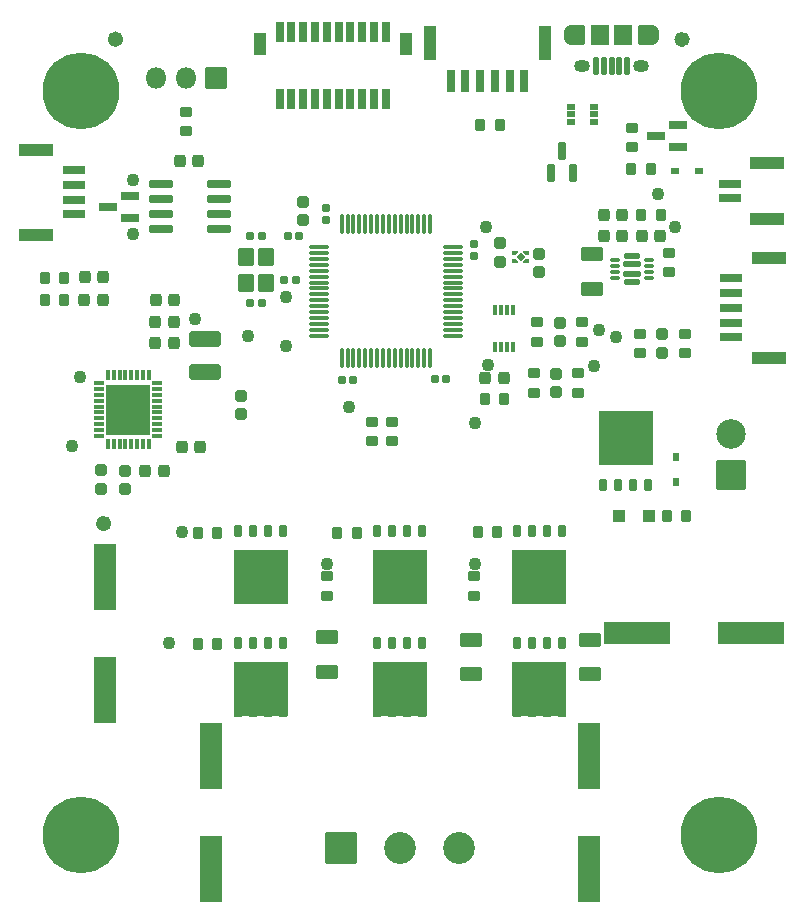
<source format=gts>
G04 #@! TF.GenerationSoftware,KiCad,Pcbnew,(6.0.2)*
G04 #@! TF.CreationDate,2022-07-28T14:34:32+02:00*
G04 #@! TF.ProjectId,progetto_motor_controller,70726f67-6574-4746-9f5f-6d6f746f725f,rev?*
G04 #@! TF.SameCoordinates,Original*
G04 #@! TF.FileFunction,Soldermask,Top*
G04 #@! TF.FilePolarity,Negative*
%FSLAX46Y46*%
G04 Gerber Fmt 4.6, Leading zero omitted, Abs format (unit mm)*
G04 Created by KiCad (PCBNEW (6.0.2)) date 2022-07-28 14:34:32*
%MOMM*%
%LPD*%
G01*
G04 APERTURE LIST*
G04 Aperture macros list*
%AMRoundRect*
0 Rectangle with rounded corners*
0 $1 Rounding radius*
0 $2 $3 $4 $5 $6 $7 $8 $9 X,Y pos of 4 corners*
0 Add a 4 corners polygon primitive as box body*
4,1,4,$2,$3,$4,$5,$6,$7,$8,$9,$2,$3,0*
0 Add four circle primitives for the rounded corners*
1,1,$1+$1,$2,$3*
1,1,$1+$1,$4,$5*
1,1,$1+$1,$6,$7*
1,1,$1+$1,$8,$9*
0 Add four rect primitives between the rounded corners*
20,1,$1+$1,$2,$3,$4,$5,0*
20,1,$1+$1,$4,$5,$6,$7,0*
20,1,$1+$1,$6,$7,$8,$9,0*
20,1,$1+$1,$8,$9,$2,$3,0*%
%AMFreePoly0*
4,1,14,0.305355,0.140355,0.320000,0.105000,0.320000,0.070500,0.304905,0.034700,0.124905,-0.140800,0.090000,-0.155000,-0.090000,-0.155000,-0.125355,-0.140355,-0.140000,-0.105000,-0.140000,0.105000,-0.125355,0.140355,-0.090000,0.155000,0.270000,0.155000,0.305355,0.140355,0.305355,0.140355,$1*%
%AMFreePoly1*
4,1,14,0.125355,0.140355,0.140000,0.105000,0.140000,-0.105000,0.125355,-0.140355,0.090000,-0.155000,-0.090000,-0.155000,-0.124905,-0.140800,-0.304905,0.034700,-0.320000,0.070500,-0.320000,0.105000,-0.305355,0.140355,-0.270000,0.155000,0.090000,0.155000,0.125355,0.140355,0.125355,0.140355,$1*%
G04 Aperture macros list end*
%ADD10C,0.650000*%
%ADD11C,0.296000*%
%ADD12RoundRect,0.250000X0.275000X-0.200000X0.275000X0.200000X-0.275000X0.200000X-0.275000X-0.200000X0*%
%ADD13RoundRect,0.268750X-0.218750X-0.256250X0.218750X-0.256250X0.218750X0.256250X-0.218750X0.256250X0*%
%ADD14RoundRect,0.050000X0.898499X-2.701899X0.898499X2.701899X-0.898499X2.701899X-0.898499X-2.701899X0*%
%ADD15RoundRect,0.050000X0.200000X0.675000X-0.200000X0.675000X-0.200000X-0.675000X0.200000X-0.675000X0*%
%ADD16O,1.350000X1.050000*%
%ADD17RoundRect,0.050000X0.600000X0.775000X-0.600000X0.775000X-0.600000X-0.775000X0.600000X-0.775000X0*%
%ADD18O,0.990000X1.650000*%
%ADD19RoundRect,0.050000X0.750000X0.775000X-0.750000X0.775000X-0.750000X-0.775000X0.750000X-0.775000X0*%
%ADD20RoundRect,0.250000X0.200000X0.275000X-0.200000X0.275000X-0.200000X-0.275000X0.200000X-0.275000X0*%
%ADD21RoundRect,0.050000X0.500000X0.500000X-0.500000X0.500000X-0.500000X-0.500000X0.500000X-0.500000X0*%
%ADD22RoundRect,0.300000X0.650000X-0.325000X0.650000X0.325000X-0.650000X0.325000X-0.650000X-0.325000X0*%
%ADD23C,1.100000*%
%ADD24RoundRect,0.250000X-0.200000X-0.275000X0.200000X-0.275000X0.200000X0.275000X-0.200000X0.275000X0*%
%ADD25RoundRect,0.050000X2.701899X0.898499X-2.701899X0.898499X-2.701899X-0.898499X2.701899X-0.898499X0*%
%ADD26RoundRect,0.190000X-0.140000X-0.170000X0.140000X-0.170000X0.140000X0.170000X-0.140000X0.170000X0*%
%ADD27RoundRect,0.050000X0.300000X0.400000X-0.300000X0.400000X-0.300000X-0.400000X0.300000X-0.400000X0*%
%ADD28RoundRect,0.050000X2.205000X2.275000X-2.205000X2.275000X-2.205000X-2.275000X2.205000X-2.275000X0*%
%ADD29RoundRect,0.050000X0.250000X0.425000X-0.250000X0.425000X-0.250000X-0.425000X0.250000X-0.425000X0*%
%ADD30RoundRect,0.300000X-1.075000X0.375000X-1.075000X-0.375000X1.075000X-0.375000X1.075000X0.375000X0*%
%ADD31RoundRect,0.275000X-0.225000X-0.250000X0.225000X-0.250000X0.225000X0.250000X-0.225000X0.250000X0*%
%ADD32RoundRect,0.275000X0.250000X-0.225000X0.250000X0.225000X-0.250000X0.225000X-0.250000X-0.225000X0*%
%ADD33RoundRect,0.050000X0.700000X-0.195000X0.700000X0.195000X-0.700000X0.195000X-0.700000X-0.195000X0*%
%ADD34RoundRect,0.050000X0.350000X-0.125000X0.350000X0.125000X-0.350000X0.125000X-0.350000X-0.125000X0*%
%ADD35RoundRect,0.050000X0.625000X-0.195000X0.625000X0.195000X-0.625000X0.195000X-0.625000X-0.195000X0*%
%ADD36RoundRect,0.275000X0.225000X0.250000X-0.225000X0.250000X-0.225000X-0.250000X0.225000X-0.250000X0*%
%ADD37RoundRect,0.050000X-0.150000X-0.400000X0.150000X-0.400000X0.150000X0.400000X-0.150000X0.400000X0*%
%ADD38RoundRect,0.250000X-0.275000X0.200000X-0.275000X-0.200000X0.275000X-0.200000X0.275000X0.200000X0*%
%ADD39C,0.900000*%
%ADD40C,6.500000*%
%ADD41RoundRect,0.050000X0.325000X0.200000X-0.325000X0.200000X-0.325000X-0.200000X0.325000X-0.200000X0*%
%ADD42RoundRect,0.190000X-0.170000X0.140000X-0.170000X-0.140000X0.170000X-0.140000X0.170000X0.140000X0*%
%ADD43RoundRect,0.050000X0.300000X0.225000X-0.300000X0.225000X-0.300000X-0.225000X0.300000X-0.225000X0*%
%ADD44RoundRect,0.050000X1.200000X-1.200000X1.200000X1.200000X-1.200000X1.200000X-1.200000X-1.200000X0*%
%ADD45C,2.500000*%
%ADD46RoundRect,0.125000X-0.700000X-0.075000X0.700000X-0.075000X0.700000X0.075000X-0.700000X0.075000X0*%
%ADD47RoundRect,0.125000X-0.075000X-0.700000X0.075000X-0.700000X0.075000X0.700000X-0.075000X0.700000X0*%
%ADD48RoundRect,0.050000X1.400000X-0.500000X1.400000X0.500000X-1.400000X0.500000X-1.400000X-0.500000X0*%
%ADD49RoundRect,0.050000X0.900000X-0.300000X0.900000X0.300000X-0.900000X0.300000X-0.900000X-0.300000X0*%
%ADD50RoundRect,0.190000X0.170000X-0.140000X0.170000X0.140000X-0.170000X0.140000X-0.170000X-0.140000X0*%
%ADD51RoundRect,0.200000X0.587500X0.150000X-0.587500X0.150000X-0.587500X-0.150000X0.587500X-0.150000X0*%
%ADD52RoundRect,0.050000X-1.400000X0.500000X-1.400000X-0.500000X1.400000X-0.500000X1.400000X0.500000X0*%
%ADD53RoundRect,0.050000X-0.900000X0.300000X-0.900000X-0.300000X0.900000X-0.300000X0.900000X0.300000X0*%
%ADD54RoundRect,0.050000X0.225000X-0.300000X0.225000X0.300000X-0.225000X0.300000X-0.225000X-0.300000X0*%
%ADD55RoundRect,0.200000X0.150000X-0.587500X0.150000X0.587500X-0.150000X0.587500X-0.150000X-0.587500X0*%
%ADD56RoundRect,0.190000X0.140000X0.170000X-0.140000X0.170000X-0.140000X-0.170000X0.140000X-0.170000X0*%
%ADD57RoundRect,0.050000X-0.898499X2.701899X-0.898499X-2.701899X0.898499X-2.701899X0.898499X2.701899X0*%
%ADD58RoundRect,0.050000X0.425000X0.900000X-0.425000X0.900000X-0.425000X-0.900000X0.425000X-0.900000X0*%
%ADD59RoundRect,0.050000X-0.300000X-0.800000X0.300000X-0.800000X0.300000X0.800000X-0.300000X0.800000X0*%
%ADD60RoundRect,0.050000X0.300000X0.800000X-0.300000X0.800000X-0.300000X-0.800000X0.300000X-0.800000X0*%
%ADD61RoundRect,0.275000X-0.250000X0.225000X-0.250000X-0.225000X0.250000X-0.225000X0.250000X0.225000X0*%
%ADD62RoundRect,0.050000X-1.300000X-1.300000X1.300000X-1.300000X1.300000X1.300000X-1.300000X1.300000X0*%
%ADD63C,2.700000*%
%ADD64RoundRect,0.050000X0.500000X1.400000X-0.500000X1.400000X-0.500000X-1.400000X0.500000X-1.400000X0*%
%ADD65RoundRect,0.050000X0.300000X0.900000X-0.300000X0.900000X-0.300000X-0.900000X0.300000X-0.900000X0*%
%ADD66RoundRect,0.050000X-0.850000X0.850000X-0.850000X-0.850000X0.850000X-0.850000X0.850000X0.850000X0*%
%ADD67O,1.800000X1.800000*%
%ADD68RoundRect,0.050000X-0.600000X0.700000X-0.600000X-0.700000X0.600000X-0.700000X0.600000X0.700000X0*%
%ADD69RoundRect,0.050000X-0.378599X0.127400X-0.378599X-0.127400X0.378599X-0.127400X0.378599X0.127400X0*%
%ADD70RoundRect,0.050000X0.127400X0.378599X-0.127400X0.378599X-0.127400X-0.378599X0.127400X-0.378599X0*%
%ADD71RoundRect,0.050000X1.854200X2.095500X-1.854200X2.095500X-1.854200X-2.095500X1.854200X-2.095500X0*%
%ADD72RoundRect,0.050000X-2.205000X-2.275000X2.205000X-2.275000X2.205000X2.275000X-2.205000X2.275000X0*%
%ADD73RoundRect,0.050000X-0.300000X-0.400000X0.300000X-0.400000X0.300000X0.400000X-0.300000X0.400000X0*%
%ADD74RoundRect,0.050000X-0.250000X-0.425000X0.250000X-0.425000X0.250000X0.425000X-0.250000X0.425000X0*%
%ADD75RoundRect,0.200000X0.825000X0.150000X-0.825000X0.150000X-0.825000X-0.150000X0.825000X-0.150000X0*%
%ADD76RoundRect,0.185000X0.135000X0.185000X-0.135000X0.185000X-0.135000X-0.185000X0.135000X-0.185000X0*%
%ADD77FreePoly0,0.000000*%
%ADD78FreePoly1,180.000000*%
%ADD79FreePoly0,180.000000*%
%ADD80FreePoly1,0.000000*%
%ADD81RoundRect,0.050000X0.000000X-0.339411X0.339411X0.000000X0.000000X0.339411X-0.339411X0.000000X0*%
G04 APERTURE END LIST*
D10*
X91225000Y-119650000D02*
G75*
G03*
X91225000Y-119650000I-325000J0D01*
G01*
X92225000Y-78650000D02*
G75*
G03*
X92225000Y-78650000I-325000J0D01*
G01*
X140200000Y-78650000D02*
G75*
G03*
X140200000Y-78650000I-325000J0D01*
G01*
D11*
X90900000Y-119650000D03*
X91900000Y-78650000D03*
X139875000Y-78650000D03*
D12*
X127300000Y-108575000D03*
X127300000Y-106925000D03*
D13*
X89312500Y-98800000D03*
X90887500Y-98800000D03*
D14*
X91000000Y-133745800D03*
X91000000Y-124154200D03*
D12*
X113600000Y-112700000D03*
X113600000Y-111050000D03*
D15*
X135200000Y-80950000D03*
X134550000Y-80950000D03*
X133900000Y-80950000D03*
X133250000Y-80950000D03*
X132600000Y-80950000D03*
D16*
X136400000Y-80950000D03*
D17*
X131000000Y-78250000D03*
D18*
X130400000Y-78250000D03*
D16*
X131400000Y-80950000D03*
D17*
X136800000Y-78250000D03*
D19*
X132900000Y-78250000D03*
X134900000Y-78250000D03*
D18*
X137400000Y-78250000D03*
D20*
X100525000Y-120450000D03*
X98875000Y-120450000D03*
D21*
X137050000Y-119000000D03*
X134550000Y-119000000D03*
D22*
X132250000Y-99775000D03*
X132250000Y-96825000D03*
X122000000Y-132425000D03*
X122000000Y-129475000D03*
D23*
X122350000Y-111150000D03*
X139250000Y-94550000D03*
D24*
X136425000Y-93500000D03*
X138075000Y-93500000D03*
D25*
X145686200Y-128950000D03*
X136094600Y-128950000D03*
D26*
X103320000Y-95300000D03*
X104280000Y-95300000D03*
D12*
X127600000Y-104275000D03*
X127600000Y-102625000D03*
D27*
X129705000Y-135575000D03*
D28*
X127800000Y-133700000D03*
D27*
X127165000Y-135575000D03*
X125895000Y-135575000D03*
X128435000Y-135575000D03*
D29*
X125895000Y-129750000D03*
X129705000Y-129750000D03*
X128435000Y-129750000D03*
X127165000Y-129750000D03*
D30*
X99450000Y-104050000D03*
X99450000Y-106850000D03*
D31*
X97325000Y-88950000D03*
X98875000Y-88950000D03*
D32*
X107800000Y-93975000D03*
X107800000Y-92425000D03*
D23*
X109850000Y-123050000D03*
D27*
X116605000Y-126075000D03*
X117875000Y-126075000D03*
D28*
X115970000Y-124200000D03*
D27*
X114065000Y-126075000D03*
X115335000Y-126075000D03*
D29*
X114065000Y-120250000D03*
X116605000Y-120250000D03*
X115335000Y-120250000D03*
X117875000Y-120250000D03*
D12*
X109850000Y-125775000D03*
X109850000Y-124125000D03*
D33*
X135660000Y-97710000D03*
X135650000Y-98490000D03*
D34*
X137100000Y-98850000D03*
X137100000Y-98350000D03*
X137100000Y-97850000D03*
X137100000Y-97350000D03*
X134200000Y-97350000D03*
X134200000Y-97850000D03*
X134200000Y-98350000D03*
X134200000Y-98850000D03*
D35*
X135650000Y-99210000D03*
X135650000Y-96990000D03*
D27*
X127165000Y-126075000D03*
X125895000Y-126075000D03*
X128435000Y-126075000D03*
X129705000Y-126075000D03*
D28*
X127800000Y-124200000D03*
D29*
X125895000Y-120250000D03*
X127165000Y-120250000D03*
X129705000Y-120250000D03*
X128435000Y-120250000D03*
D36*
X96825000Y-102550000D03*
X95275000Y-102550000D03*
X96825000Y-104350000D03*
X95275000Y-104350000D03*
D37*
X124050000Y-104700000D03*
X124550000Y-104700000D03*
X125050000Y-104700000D03*
X125550000Y-104700000D03*
X125550000Y-101600000D03*
X125050000Y-101600000D03*
X124550000Y-101600000D03*
X124050000Y-101600000D03*
D38*
X135650000Y-86125000D03*
X135650000Y-87775000D03*
D39*
X87302944Y-144302944D03*
X89000000Y-143600000D03*
X91400000Y-146000000D03*
X90697056Y-147697056D03*
X87302944Y-147697056D03*
X89000000Y-148400000D03*
X86600000Y-146000000D03*
D40*
X89000000Y-146000000D03*
D39*
X90697056Y-144302944D03*
D23*
X111650000Y-109800000D03*
X134300000Y-103850000D03*
D41*
X132400000Y-85650000D03*
X132400000Y-85000000D03*
X132400000Y-84350000D03*
X130500000Y-84350000D03*
X130500000Y-85000000D03*
X130500000Y-85650000D03*
D36*
X134825000Y-95300000D03*
X133275000Y-95300000D03*
D42*
X122300000Y-96020000D03*
X122300000Y-96980000D03*
D20*
X124825000Y-109150000D03*
X123175000Y-109150000D03*
D27*
X102295000Y-135575000D03*
X103565000Y-135575000D03*
X106105000Y-135575000D03*
D28*
X104200000Y-133700000D03*
D27*
X104835000Y-135575000D03*
D29*
X102295000Y-129750000D03*
X103565000Y-129750000D03*
X104835000Y-129750000D03*
X106105000Y-129750000D03*
D12*
X97900000Y-86425000D03*
X97900000Y-84775000D03*
D43*
X141350000Y-89800000D03*
X139250000Y-89800000D03*
D44*
X144000000Y-115550000D03*
D45*
X144000000Y-112050000D03*
D46*
X109125000Y-96250000D03*
X109125000Y-96750000D03*
X109125000Y-97250000D03*
X109125000Y-97750000D03*
X109125000Y-98250000D03*
X109125000Y-98750000D03*
X109125000Y-99250000D03*
X109125000Y-99750000D03*
X109125000Y-100250000D03*
X109125000Y-100750000D03*
X109125000Y-101250000D03*
X109125000Y-101750000D03*
X109125000Y-102250000D03*
X109125000Y-102750000D03*
X109125000Y-103250000D03*
X109125000Y-103750000D03*
D47*
X111050000Y-105675000D03*
X111550000Y-105675000D03*
X112050000Y-105675000D03*
X112550000Y-105675000D03*
X113050000Y-105675000D03*
X113550000Y-105675000D03*
X114050000Y-105675000D03*
X114550000Y-105675000D03*
X115050000Y-105675000D03*
X115550000Y-105675000D03*
X116050000Y-105675000D03*
X116550000Y-105675000D03*
X117050000Y-105675000D03*
X117550000Y-105675000D03*
X118050000Y-105675000D03*
X118550000Y-105675000D03*
D46*
X120475000Y-103750000D03*
X120475000Y-103250000D03*
X120475000Y-102750000D03*
X120475000Y-102250000D03*
X120475000Y-101750000D03*
X120475000Y-101250000D03*
X120475000Y-100750000D03*
X120475000Y-100250000D03*
X120475000Y-99750000D03*
X120475000Y-99250000D03*
X120475000Y-98750000D03*
X120475000Y-98250000D03*
X120475000Y-97750000D03*
X120475000Y-97250000D03*
X120475000Y-96750000D03*
X120475000Y-96250000D03*
D47*
X118550000Y-94325000D03*
X118050000Y-94325000D03*
X117550000Y-94325000D03*
X117050000Y-94325000D03*
X116550000Y-94325000D03*
X116050000Y-94325000D03*
X115550000Y-94325000D03*
X115050000Y-94325000D03*
X114550000Y-94325000D03*
X114050000Y-94325000D03*
X113550000Y-94325000D03*
X113050000Y-94325000D03*
X112550000Y-94325000D03*
X112050000Y-94325000D03*
X111550000Y-94325000D03*
X111050000Y-94325000D03*
D48*
X147100000Y-93850000D03*
X147100000Y-89150000D03*
D49*
X143900000Y-92125000D03*
X143900000Y-90875000D03*
D36*
X96875000Y-100700000D03*
X95325000Y-100700000D03*
D32*
X129500000Y-104225000D03*
X129500000Y-102675000D03*
D23*
X93400000Y-90600000D03*
X122325000Y-123050000D03*
X97500000Y-120350000D03*
D20*
X87575000Y-98850000D03*
X85925000Y-98850000D03*
D23*
X137850000Y-91750000D03*
D50*
X109700000Y-93930000D03*
X109700000Y-92970000D03*
D32*
X138200000Y-105175000D03*
X138200000Y-103625000D03*
D51*
X139537500Y-87800000D03*
X139537500Y-85900000D03*
X137662500Y-86850000D03*
D31*
X123225000Y-107300000D03*
X124775000Y-107300000D03*
D52*
X85200000Y-88000000D03*
X85200000Y-95200000D03*
D53*
X88400000Y-89725000D03*
X88400000Y-90975000D03*
X88400000Y-92225000D03*
X88400000Y-93475000D03*
D54*
X139400000Y-116100000D03*
X139400000Y-114000000D03*
D55*
X128750000Y-89987500D03*
X130650000Y-89987500D03*
X129700000Y-88112500D03*
D20*
X124425000Y-85900000D03*
X122775000Y-85900000D03*
D56*
X104280000Y-101000000D03*
X103320000Y-101000000D03*
D57*
X132000000Y-139354200D03*
X132000000Y-148945800D03*
D31*
X136475000Y-95300000D03*
X138025000Y-95300000D03*
D58*
X116475000Y-79050000D03*
X104125000Y-79050000D03*
D59*
X114800000Y-83750000D03*
X114800000Y-78050000D03*
X113800000Y-83750000D03*
X113800000Y-78050000D03*
X112800000Y-83750000D03*
X112800000Y-78050000D03*
X111800000Y-83750000D03*
X111800000Y-78050000D03*
X110800000Y-83750000D03*
X110800000Y-78050000D03*
D60*
X109800000Y-83750000D03*
X109800000Y-78050000D03*
X108800000Y-83750000D03*
X108800000Y-78050000D03*
X107800000Y-83750000D03*
X107800000Y-78050000D03*
X106800000Y-83750000D03*
X106800000Y-78050000D03*
X105800000Y-83750000D03*
X105800000Y-78050000D03*
D61*
X127800000Y-96850000D03*
X127800000Y-98400000D03*
D38*
X138800000Y-96740000D03*
X138800000Y-98390000D03*
D23*
X96450000Y-129800000D03*
X132800000Y-103300000D03*
D62*
X111000000Y-147150000D03*
D63*
X116000000Y-147150000D03*
X121000000Y-147150000D03*
D64*
X118550000Y-79000000D03*
X128250000Y-79000000D03*
D65*
X126525000Y-82200000D03*
X125275000Y-82200000D03*
X124025000Y-82200000D03*
X122775000Y-82200000D03*
X121525000Y-82200000D03*
X120275000Y-82200000D03*
D66*
X100450000Y-81900000D03*
D67*
X97910000Y-81900000D03*
X95370000Y-81900000D03*
D22*
X132050000Y-132425000D03*
X132050000Y-129475000D03*
D23*
X88900000Y-107250000D03*
X88200000Y-113100000D03*
D36*
X95975000Y-115200000D03*
X94425000Y-115200000D03*
D61*
X92750000Y-115175000D03*
X92750000Y-116725000D03*
D56*
X107480000Y-95300000D03*
X106520000Y-95300000D03*
D28*
X115970000Y-133700000D03*
D27*
X116605000Y-135575000D03*
X117875000Y-135575000D03*
X115335000Y-135575000D03*
X114065000Y-135575000D03*
D29*
X114065000Y-129750000D03*
X115335000Y-129750000D03*
X116605000Y-129750000D03*
X117875000Y-129750000D03*
D20*
X124225000Y-120400000D03*
X122575000Y-120400000D03*
D23*
X123250000Y-94550000D03*
D32*
X102550000Y-110375000D03*
X102550000Y-108825000D03*
D68*
X102950000Y-97100000D03*
X102950000Y-99300000D03*
X104650000Y-99300000D03*
X104650000Y-97100000D03*
D38*
X115300000Y-111025000D03*
X115300000Y-112675000D03*
D69*
X95450000Y-112250002D03*
X95450000Y-111750000D03*
X95450000Y-111250001D03*
X95450000Y-110750002D03*
X95450000Y-110250001D03*
X95450000Y-109750001D03*
X95450000Y-109250000D03*
X95450000Y-108750001D03*
X95450000Y-108250002D03*
X95450000Y-107750000D03*
D70*
X94749999Y-107080000D03*
X94250000Y-107080000D03*
X93750001Y-107080000D03*
X93250000Y-107080000D03*
X92750000Y-107080000D03*
X92249999Y-107080000D03*
X91750000Y-107080000D03*
X91250001Y-107080000D03*
D69*
X90550000Y-107749999D03*
X90550000Y-108250001D03*
X90550000Y-108750000D03*
X90550000Y-109249999D03*
X90550000Y-109750000D03*
X90550000Y-110250000D03*
X90550000Y-110750001D03*
X90550000Y-111250000D03*
X90550000Y-111749999D03*
X90550000Y-112250001D03*
D70*
X91250001Y-112918600D03*
X91750000Y-112918600D03*
X92249999Y-112918600D03*
X92750000Y-112918600D03*
X93250000Y-112918600D03*
X93750001Y-112918600D03*
X94250000Y-112918600D03*
X94749999Y-112918600D03*
D71*
X93000000Y-110000000D03*
D23*
X103100000Y-103750000D03*
D27*
X102295000Y-126075000D03*
D28*
X104200000Y-124200000D03*
D27*
X103565000Y-126075000D03*
X106105000Y-126075000D03*
X104835000Y-126075000D03*
D29*
X102295000Y-120250000D03*
X104835000Y-120250000D03*
X106105000Y-120250000D03*
X103565000Y-120250000D03*
D61*
X90700000Y-115150000D03*
X90700000Y-116700000D03*
D48*
X147225000Y-97150000D03*
X147225000Y-105650000D03*
D49*
X144025000Y-103900000D03*
X144025000Y-102650000D03*
X144025000Y-101400000D03*
X144025000Y-100150000D03*
X144025000Y-98900000D03*
D61*
X129200000Y-106975000D03*
X129200000Y-108525000D03*
D72*
X135100000Y-112450000D03*
D73*
X134465000Y-110575000D03*
X133195000Y-110575000D03*
X137005000Y-110575000D03*
X135735000Y-110575000D03*
D74*
X137005000Y-116400000D03*
X134465000Y-116400000D03*
X133195000Y-116400000D03*
X135735000Y-116400000D03*
D22*
X109850000Y-132225000D03*
X109850000Y-129275000D03*
D75*
X100675000Y-94755000D03*
X100675000Y-93485000D03*
X100675000Y-92215000D03*
X100675000Y-90945000D03*
X95725000Y-90945000D03*
X95725000Y-92215000D03*
X95725000Y-93485000D03*
X95725000Y-94755000D03*
D23*
X123450000Y-106200000D03*
D36*
X134800000Y-93500000D03*
X133250000Y-93500000D03*
D12*
X122300000Y-125775000D03*
X122300000Y-124125000D03*
D38*
X131100000Y-106925000D03*
X131100000Y-108575000D03*
D36*
X99075000Y-113150000D03*
X97525000Y-113150000D03*
D76*
X107185000Y-99075000D03*
X106165000Y-99075000D03*
D23*
X93350000Y-95100000D03*
D12*
X140100000Y-105225000D03*
X140100000Y-103575000D03*
X131400000Y-104275000D03*
X131400000Y-102625000D03*
D20*
X87575000Y-100750000D03*
X85925000Y-100750000D03*
X140225000Y-119050000D03*
X138575000Y-119050000D03*
D56*
X119900000Y-107400000D03*
X118940000Y-107400000D03*
D39*
X141302944Y-144302944D03*
X144697056Y-144302944D03*
X143000000Y-143600000D03*
X141302944Y-147697056D03*
D40*
X143000000Y-146000000D03*
D39*
X140600000Y-146000000D03*
X145400000Y-146000000D03*
X144697056Y-147697056D03*
X143000000Y-148400000D03*
D23*
X132400000Y-106350000D03*
X98600000Y-102350000D03*
D51*
X93137500Y-93800000D03*
X93137500Y-91900000D03*
X91262500Y-92850000D03*
D61*
X124500000Y-95925000D03*
X124500000Y-97475000D03*
D56*
X112030000Y-107500000D03*
X111070000Y-107500000D03*
D13*
X89262500Y-100750000D03*
X90837500Y-100750000D03*
D20*
X137225000Y-89600000D03*
X135575000Y-89600000D03*
D23*
X106350000Y-104600000D03*
D57*
X100000000Y-139354200D03*
X100000000Y-148945800D03*
D20*
X112325000Y-120450000D03*
X110675000Y-120450000D03*
D39*
X141302944Y-84697056D03*
X141302944Y-81302944D03*
X143000000Y-80600000D03*
X144697056Y-81302944D03*
X143000000Y-85400000D03*
D40*
X143000000Y-83000000D03*
D39*
X140600000Y-83000000D03*
X144697056Y-84697056D03*
X145400000Y-83000000D03*
D20*
X100525000Y-129850000D03*
X98875000Y-129850000D03*
D39*
X90697056Y-84697056D03*
X89000000Y-80600000D03*
X90697056Y-81302944D03*
D40*
X89000000Y-83000000D03*
D39*
X91400000Y-83000000D03*
X89000000Y-85400000D03*
X86600000Y-83000000D03*
X87302944Y-81302944D03*
X87302944Y-84697056D03*
D12*
X136300000Y-105225000D03*
X136300000Y-103575000D03*
D23*
X106350000Y-100500000D03*
D77*
X125680000Y-96775000D03*
D78*
X125680000Y-97425000D03*
D79*
X126720000Y-97425000D03*
D80*
X126720000Y-96775000D03*
D81*
X126200000Y-97100000D03*
M02*

</source>
